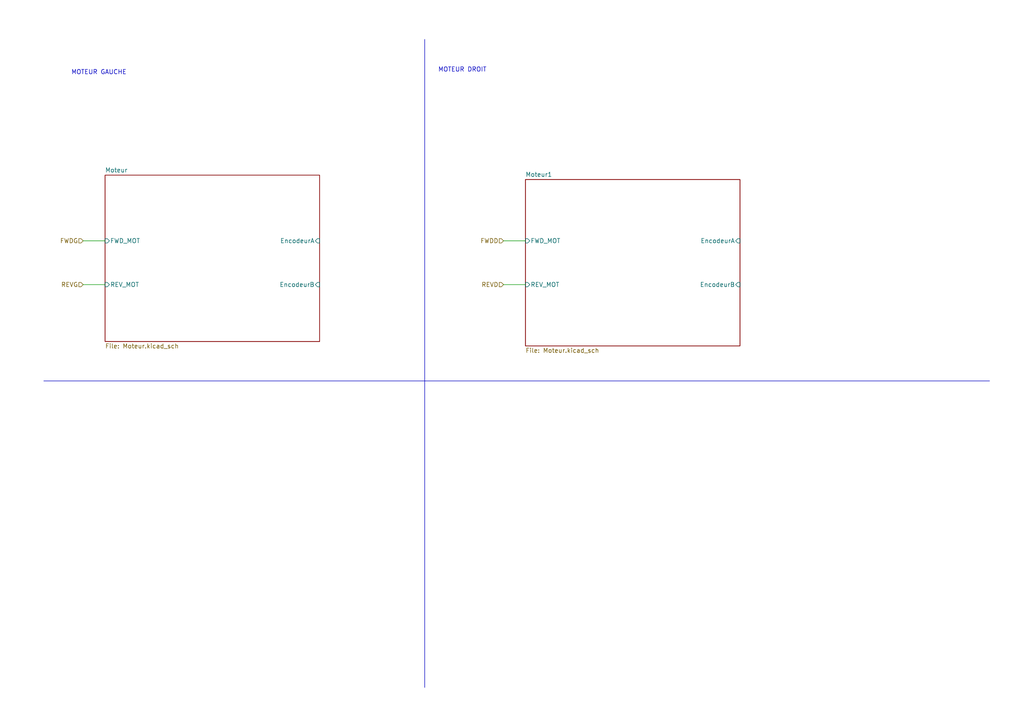
<source format=kicad_sch>
(kicad_sch
	(version 20231120)
	(generator "eeschema")
	(generator_version "8.0")
	(uuid "89e788fa-ac32-4f35-818b-3c6d71cc0465")
	(paper "A4")
	(lib_symbols)
	(polyline
		(pts
			(xy 123.19 110.49) (xy 287.02 110.49)
		)
		(stroke
			(width 0)
			(type default)
		)
		(uuid "1be0678e-4b5f-4c94-a352-864ba77d3681")
	)
	(wire
		(pts
			(xy 24.13 82.55) (xy 30.48 82.55)
		)
		(stroke
			(width 0)
			(type default)
		)
		(uuid "2fbfb104-983c-44c8-a7db-3e8f9f9203b7")
	)
	(polyline
		(pts
			(xy 123.19 11.43) (xy 123.19 110.49)
		)
		(stroke
			(width 0)
			(type default)
		)
		(uuid "350e1c9f-6a99-4aa0-90e0-fa3c7736061a")
	)
	(wire
		(pts
			(xy 146.05 82.55) (xy 152.4 82.55)
		)
		(stroke
			(width 0)
			(type default)
		)
		(uuid "3e52dfe4-b88d-4cd6-acab-c2b23eb631f7")
	)
	(wire
		(pts
			(xy 24.13 69.85) (xy 30.48 69.85)
		)
		(stroke
			(width 0)
			(type default)
		)
		(uuid "877e9c14-e534-4e9b-bfd1-b0999ef97431")
	)
	(wire
		(pts
			(xy 146.05 69.85) (xy 152.4 69.85)
		)
		(stroke
			(width 0)
			(type default)
		)
		(uuid "991cfe93-125c-4ea6-8c22-be6b89d5d372")
	)
	(polyline
		(pts
			(xy 123.19 110.49) (xy 123.19 199.39)
		)
		(stroke
			(width 0)
			(type default)
		)
		(uuid "ab1617ef-30bc-4d18-9f67-9525cb69d337")
	)
	(polyline
		(pts
			(xy 12.7 110.49) (xy 123.19 110.49)
		)
		(stroke
			(width 0)
			(type default)
		)
		(uuid "f9f95e18-c0a7-495f-a999-11a2f79c9d98")
	)
	(text "MOTEUR DROIT"
		(exclude_from_sim no)
		(at 134.112 20.32 0)
		(effects
			(font
				(size 1.27 1.27)
			)
		)
		(uuid "3bdac87e-6784-4e0d-8df4-11be3ee793db")
	)
	(text "MOTEUR GAUCHE"
		(exclude_from_sim no)
		(at 28.702 21.082 0)
		(effects
			(font
				(size 1.27 1.27)
			)
		)
		(uuid "9ab0192e-7cfe-405a-892a-9e8c151df091")
	)
	(hierarchical_label "FWDD"
		(shape input)
		(at 146.05 69.85 180)
		(fields_autoplaced yes)
		(effects
			(font
				(size 1.27 1.27)
			)
			(justify right)
		)
		(uuid "09b9b60b-483f-4dd4-8f14-4ce1810c9cab")
	)
	(hierarchical_label "REVD"
		(shape input)
		(at 146.05 82.55 180)
		(fields_autoplaced yes)
		(effects
			(font
				(size 1.27 1.27)
			)
			(justify right)
		)
		(uuid "63a1e5f9-bb6c-4816-889d-3db60cb64542")
	)
	(hierarchical_label "FWDG"
		(shape input)
		(at 24.13 69.85 180)
		(fields_autoplaced yes)
		(effects
			(font
				(size 1.27 1.27)
			)
			(justify right)
		)
		(uuid "66066111-67a1-4883-af18-3895bfa9f73a")
	)
	(hierarchical_label "REVG"
		(shape input)
		(at 24.13 82.55 180)
		(fields_autoplaced yes)
		(effects
			(font
				(size 1.27 1.27)
			)
			(justify right)
		)
		(uuid "d478d2f9-0fe4-44c2-822b-1f110601738f")
	)
	(sheet
		(at 30.48 50.8)
		(size 62.23 48.26)
		(fields_autoplaced yes)
		(stroke
			(width 0.1524)
			(type solid)
		)
		(fill
			(color 0 0 0 0.0000)
		)
		(uuid "0f1c410a-6af4-4b35-8e5a-494d8e966509")
		(property "Sheetname" "Moteur"
			(at 30.48 50.0884 0)
			(effects
				(font
					(size 1.27 1.27)
				)
				(justify left bottom)
			)
		)
		(property "Sheetfile" "Moteur.kicad_sch"
			(at 30.48 99.6446 0)
			(effects
				(font
					(size 1.27 1.27)
				)
				(justify left top)
			)
		)
		(pin "REV_MOT" input
			(at 30.48 82.55 180)
			(effects
				(font
					(size 1.27 1.27)
				)
				(justify left)
			)
			(uuid "0033eb9c-1c67-4eba-9550-67df0b36ac13")
		)
		(pin "FWD_MOT" input
			(at 30.48 69.85 180)
			(effects
				(font
					(size 1.27 1.27)
				)
				(justify left)
			)
			(uuid "097ebe83-d536-41d7-b76c-003b342477e1")
		)
		(pin "EncodeurB" input
			(at 92.71 82.55 0)
			(effects
				(font
					(size 1.27 1.27)
				)
				(justify right)
			)
			(uuid "334ae46a-c6a8-48d7-a43d-dd1d12474db5")
		)
		(pin "EncodeurA" input
			(at 92.71 69.85 0)
			(effects
				(font
					(size 1.27 1.27)
				)
				(justify right)
			)
			(uuid "b8d73d34-bde6-48de-9ec1-ffbbdca2b127")
		)
		(instances
			(project "Projet_torero"
				(path "/04e1eb47-a2c4-462b-bef7-377d9515a2c0/dd27f41c-7d47-40cd-8124-f9caabbde9e3"
					(page "6")
				)
			)
		)
	)
	(sheet
		(at 152.4 52.07)
		(size 62.23 48.26)
		(fields_autoplaced yes)
		(stroke
			(width 0.1524)
			(type solid)
		)
		(fill
			(color 0 0 0 0.0000)
		)
		(uuid "1155aff2-0474-4d72-be32-a9f851f4a9bf")
		(property "Sheetname" "Moteur1"
			(at 152.4 51.3584 0)
			(effects
				(font
					(size 1.27 1.27)
				)
				(justify left bottom)
			)
		)
		(property "Sheetfile" "Moteur.kicad_sch"
			(at 152.4 100.9146 0)
			(effects
				(font
					(size 1.27 1.27)
				)
				(justify left top)
			)
		)
		(pin "REV_MOT" input
			(at 152.4 82.55 180)
			(effects
				(font
					(size 1.27 1.27)
				)
				(justify left)
			)
			(uuid "1a3ea825-a328-466c-8467-4a1766d4314c")
		)
		(pin "FWD_MOT" input
			(at 152.4 69.85 180)
			(effects
				(font
					(size 1.27 1.27)
				)
				(justify left)
			)
			(uuid "d4b03097-8af0-4848-8c55-25333d87c326")
		)
		(pin "EncodeurB" input
			(at 214.63 82.55 0)
			(effects
				(font
					(size 1.27 1.27)
				)
				(justify right)
			)
			(uuid "c87defc8-3119-4520-9591-fdee6fcc77f5")
		)
		(pin "EncodeurA" input
			(at 214.63 69.85 0)
			(effects
				(font
					(size 1.27 1.27)
				)
				(justify right)
			)
			(uuid "531b9320-710e-40d1-a3ff-b61631c81abe")
		)
		(instances
			(project "Projet_torero"
				(path "/04e1eb47-a2c4-462b-bef7-377d9515a2c0/dd27f41c-7d47-40cd-8124-f9caabbde9e3"
					(page "7")
				)
			)
		)
	)
)

</source>
